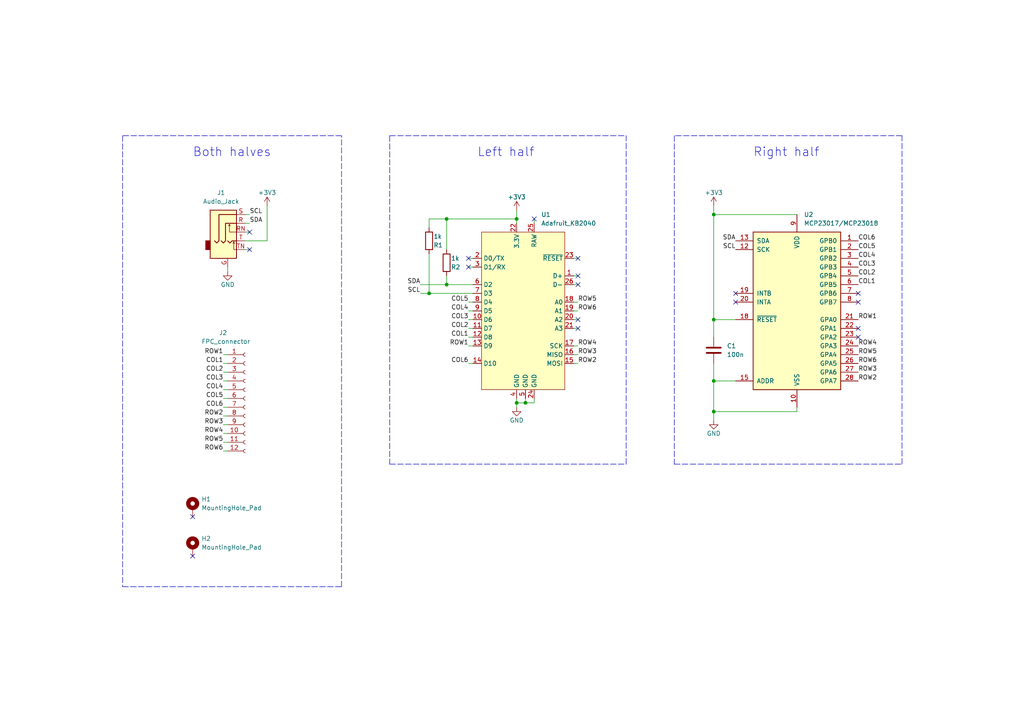
<source format=kicad_sch>
(kicad_sch (version 20211123) (generator eeschema)
  (paper "A4")
  (lib_symbols
    (symbol "Connector:AudioJack3_Ground_SwitchTR"
      (property "Reference" "J" (at 0 8.89 0))
      (property "Value" "AudioJack3_Ground_SwitchTR" (at 0 6.35 0))
      (symbol "AudioJack3_Ground_SwitchTR_0_1"
        (rectangle (start -5.08 -5.08) (end -6.35 -7.62) (stroke (width 0.254)) (fill (type outline)))
        (polyline (pts (xy 0.508 -0.254) (xy 0.762 -0.762)))
        (polyline (pts (xy 1.778 -5.334) (xy 2.032 -5.842)))
        (polyline (pts (xy 0 -5.08) (xy 0.635 -5.715) (xy 1.27 -5.08) (xy 2.54 -5.08)) (stroke (width 0.254)))
        (polyline (pts (xy 2.54 -7.62) (xy 1.778 -7.62) (xy 1.778 -5.334) (xy 1.524 -5.842)))
        (polyline (pts (xy 2.54 -2.54) (xy 0.508 -2.54) (xy 0.508 -0.254) (xy 0.254 -0.762)))
        (polyline (pts (xy -1.905 -5.08) (xy -1.27 -5.715) (xy -0.635 -5.08) (xy -0.635 0) (xy 2.54 0)) (stroke (width 0.254)))
        (polyline (pts (xy 2.54 2.54) (xy -2.54 2.54) (xy -2.54 -5.08) (xy -3.175 -5.715) (xy -3.81 -5.08)) (stroke (width 0.254)))
        (rectangle (start 2.54 3.81) (end -5.08 -10.16) (stroke (width 0.254)) (fill (type background)))
      )
      (symbol "AudioJack3_Ground_SwitchTR_1_1"
        (pin passive line (at 0 -12.7 90) (length 2.54) (name "~") (number "G"))
        (pin passive line (at 5.08 0 180) (length 2.54) (name "~") (number "R"))
        (pin passive line (at 5.08 -2.54 180) (length 2.54) (name "~") (number "RN"))
        (pin passive line (at 5.08 2.54 180) (length 2.54) (name "~") (number "S"))
        (pin passive line (at 5.08 -5.08 180) (length 2.54) (name "~") (number "T"))
        (pin passive line (at 5.08 -7.62 180) (length 2.54) (name "~") (number "TN"))
      )
    )
    (symbol "Connector:Conn_01x12_Female" (pin_names (offset 1.016) hide)
      (property "Reference" "J" (at 0 15.24 0))
      (property "Value" "Conn_01x12_Female" (at 0 -17.78 0))
      (symbol "Conn_01x12_Female_1_1"
        (arc (start 0 -14.732) (mid -0.508 -15.24) (end 0 -15.748) (stroke (width 0.1524)))
        (arc (start 0 -12.192) (mid -0.508 -12.7) (end 0 -13.208) (stroke (width 0.1524)))
        (arc (start 0 -9.652) (mid -0.508 -10.16) (end 0 -10.668) (stroke (width 0.1524)))
        (arc (start 0 -7.112) (mid -0.508 -7.62) (end 0 -8.128) (stroke (width 0.1524)))
        (arc (start 0 -4.572) (mid -0.508 -5.08) (end 0 -5.588) (stroke (width 0.1524)))
        (arc (start 0 -2.032) (mid -0.508 -2.54) (end 0 -3.048) (stroke (width 0.1524)))
        (polyline (pts (xy -1.27 -15.24) (xy -0.508 -15.24)) (stroke (width 0.1524)))
        (polyline (pts (xy -1.27 -12.7) (xy -0.508 -12.7)) (stroke (width 0.1524)))
        (polyline (pts (xy -1.27 -10.16) (xy -0.508 -10.16)) (stroke (width 0.1524)))
        (polyline (pts (xy -1.27 -7.62) (xy -0.508 -7.62)) (stroke (width 0.1524)))
        (polyline (pts (xy -1.27 -5.08) (xy -0.508 -5.08)) (stroke (width 0.1524)))
        (polyline (pts (xy -1.27 -2.54) (xy -0.508 -2.54)) (stroke (width 0.1524)))
        (polyline (pts (xy -1.27 0) (xy -0.508 0)) (stroke (width 0.1524)))
        (polyline (pts (xy -1.27 2.54) (xy -0.508 2.54)) (stroke (width 0.1524)))
        (polyline (pts (xy -1.27 5.08) (xy -0.508 5.08)) (stroke (width 0.1524)))
        (polyline (pts (xy -1.27 7.62) (xy -0.508 7.62)) (stroke (width 0.1524)))
        (polyline (pts (xy -1.27 10.16) (xy -0.508 10.16)) (stroke (width 0.1524)))
        (polyline (pts (xy -1.27 12.7) (xy -0.508 12.7)) (stroke (width 0.1524)))
        (arc (start 0 0.508) (mid -0.508 0) (end 0 -0.508) (stroke (width 0.1524)))
        (arc (start 0 3.048) (mid -0.508 2.54) (end 0 2.032) (stroke (width 0.1524)))
        (arc (start 0 5.588) (mid -0.508 5.08) (end 0 4.572) (stroke (width 0.1524)))
        (arc (start 0 8.128) (mid -0.508 7.62) (end 0 7.112) (stroke (width 0.1524)))
        (arc (start 0 10.668) (mid -0.508 10.16) (end 0 9.652) (stroke (width 0.1524)))
        (arc (start 0 13.208) (mid -0.508 12.7) (end 0 12.192) (stroke (width 0.1524)))
        (pin passive line (at -5.08 12.7 0) (length 3.81) (name "Pin_1") (number "1"))
        (pin passive line (at -5.08 -10.16 0) (length 3.81) (name "Pin_10") (number "10"))
        (pin passive line (at -5.08 -12.7 0) (length 3.81) (name "Pin_11") (number "11"))
        (pin passive line (at -5.08 -15.24 0) (length 3.81) (name "Pin_12") (number "12"))
        (pin passive line (at -5.08 10.16 0) (length 3.81) (name "Pin_2") (number "2"))
        (pin passive line (at -5.08 7.62 0) (length 3.81) (name "Pin_3") (number "3"))
        (pin passive line (at -5.08 5.08 0) (length 3.81) (name "Pin_4") (number "4"))
        (pin passive line (at -5.08 2.54 0) (length 3.81) (name "Pin_5") (number "5"))
        (pin passive line (at -5.08 0 0) (length 3.81) (name "Pin_6") (number "6"))
        (pin passive line (at -5.08 -2.54 0) (length 3.81) (name "Pin_7") (number "7"))
        (pin passive line (at -5.08 -5.08 0) (length 3.81) (name "Pin_8") (number "8"))
        (pin passive line (at -5.08 -7.62 0) (length 3.81) (name "Pin_9") (number "9"))
      )
    )
    (symbol "Custom:Adafruit_KB2040"
      (property "Reference" "U" (at -10.16 24.13 0))
      (property "Value" "Adafruit_KB2040" (at 12.7 -24.13 0))
      (symbol "Adafruit_KB2040_0_0"
        (rectangle (start -12.7 22.86) (end 11.43 -22.86) (fill (type background)))
      )
      (symbol "Adafruit_KB2040_1_0"
        (pin bidirectional line (at 13.97 7.62 180) (length 2.54) (name "D-") (number "26"))
      )
      (symbol "Adafruit_KB2040_1_1"
        (pin bidirectional line (at 13.97 10.16 180) (length 2.54) (name "D+") (number "1"))
        (pin bidirectional line (at -15.24 -2.54 0) (length 2.54) (name "D6") (number "10"))
        (pin bidirectional line (at -15.24 -5.08 0) (length 2.54) (name "D7") (number "11"))
        (pin bidirectional line (at -15.24 -7.62 0) (length 2.54) (name "D8") (number "12"))
        (pin bidirectional line (at -15.24 -10.16 0) (length 2.54) (name "D9") (number "13"))
        (pin bidirectional line (at -15.24 -15.24 0) (length 2.54) (name "D10") (number "14"))
        (pin bidirectional line (at 13.97 -15.24 180) (length 2.54) (name "MOSI") (number "15"))
        (pin bidirectional line (at 13.97 -12.7 180) (length 2.54) (name "MISO") (number "16"))
        (pin bidirectional line (at 13.97 -10.16 180) (length 2.54) (name "SCK") (number "17"))
        (pin bidirectional line (at 13.97 2.54 180) (length 2.54) (name "A0") (number "18"))
        (pin bidirectional line (at 13.97 0 180) (length 2.54) (name "A1") (number "19"))
        (pin bidirectional line (at -15.24 15.24 0) (length 2.54) (name "D0/TX") (number "2"))
        (pin bidirectional line (at 13.97 -2.54 180) (length 2.54) (name "A2") (number "20"))
        (pin bidirectional line (at 13.97 -5.08 180) (length 2.54) (name "A3") (number "21"))
        (pin power_in line (at -2.54 25.4 270) (length 2.54) (name "3.3V") (number "22"))
        (pin input line (at 13.97 15.24 180) (length 2.54) (name "~{RESET}") (number "23"))
        (pin bidirectional line (at 2.54 -25.4 90) (length 2.54) (name "GND") (number "24"))
        (pin power_in line (at 2.54 25.4 270) (length 2.54) (name "RAW") (number "25"))
        (pin bidirectional line (at -15.24 12.7 0) (length 2.54) (name "D1/RX") (number "3"))
        (pin bidirectional line (at -2.54 -25.4 90) (length 2.54) (name "GND") (number "4"))
        (pin bidirectional line (at 0 -25.4 90) (length 2.54) (name "GND") (number "5"))
        (pin bidirectional line (at -15.24 7.62 0) (length 2.54) (name "D2") (number "6"))
        (pin bidirectional line (at -15.24 5.08 0) (length 2.54) (name "D3") (number "7"))
        (pin bidirectional line (at -15.24 2.54 0) (length 2.54) (name "D4") (number "8"))
        (pin bidirectional line (at -15.24 0 0) (length 2.54) (name "D5") (number "9"))
      )
    )
    (symbol "Custom:MCP23017{slash}MCP23018" (pin_names (offset 1.016))
      (property "Reference" "U" (at -11.43 24.13 0))
      (property "Value" "MCP23017{slash}MCP23018" (at 16.51 -25.4 0))
      (symbol "MCP23017{slash}MCP23018_0_1"
        (rectangle (start -12.7 22.86) (end 12.7 -22.86) (stroke (width 0.254)) (fill (type background)))
      )
      (symbol "MCP23017{slash}MCP23018_1_1"
        (pin bidirectional line (at 17.78 20.32 180) (length 5.08) (name "GPB0") (number "1"))
        (pin power_in line (at 0 -27.94 90) (length 5.08) (name "VSS") (number "10"))
        (pin no_connect line (at -12.7 12.7 0) (length 5.08) hide (name "NC") (number "11"))
        (pin input line (at -17.78 17.78 0) (length 5.08) (name "SCK") (number "12"))
        (pin bidirectional line (at -17.78 20.32 0) (length 5.08) (name "SDA") (number "13"))
        (pin no_connect line (at -12.7 10.16 0) (length 5.08) hide (name "NC") (number "14"))
        (pin input line (at -17.78 -20.32 0) (length 5.08) (name "ADDR") (number "15"))
        (pin no_connect line (at -12.7 -7.62 0) (length 5.08) hide (name "NC") (number "16"))
        (pin no_connect line (at -12.7 -10.16 0) (length 5.08) hide (name "NC") (number "17"))
        (pin input line (at -17.78 -2.54 0) (length 5.08) (name "~{RESET}") (number "18"))
        (pin tri_state line (at -17.78 5.08 0) (length 5.08) (name "INTB") (number "19"))
        (pin bidirectional line (at 17.78 17.78 180) (length 5.08) (name "GPB1") (number "2"))
        (pin tri_state line (at -17.78 2.54 0) (length 5.08) (name "INTA") (number "20"))
        (pin bidirectional line (at 17.78 -2.54 180) (length 5.08) (name "GPA0") (number "21"))
        (pin bidirectional line (at 17.78 -5.08 180) (length 5.08) (name "GPA1") (number "22"))
        (pin bidirectional line (at 17.78 -7.62 180) (length 5.08) (name "GPA2") (number "23"))
        (pin bidirectional line (at 17.78 -10.16 180) (length 5.08) (name "GPA3") (number "24"))
        (pin bidirectional line (at 17.78 -12.7 180) (length 5.08) (name "GPA4") (number "25"))
        (pin bidirectional line (at 17.78 -15.24 180) (length 5.08) (name "GPA5") (number "26"))
        (pin bidirectional line (at 17.78 -17.78 180) (length 5.08) (name "GPA6") (number "27"))
        (pin bidirectional line (at 17.78 -20.32 180) (length 5.08) (name "GPA7") (number "28"))
        (pin no_connect line (at -12.7 -12.7 0) (length 5.08) hide (name "NC") (number "29"))
        (pin bidirectional line (at 17.78 15.24 180) (length 5.08) (name "GPB2") (number "3"))
        (pin no_connect line (at -12.7 -15.24 0) (length 5.08) hide (name "NC") (number "30"))
        (pin bidirectional line (at 17.78 12.7 180) (length 5.08) (name "GPB3") (number "4"))
        (pin bidirectional line (at 17.78 10.16 180) (length 5.08) (name "GPB4") (number "5"))
        (pin bidirectional line (at 17.78 7.62 180) (length 5.08) (name "GPB5") (number "6"))
        (pin bidirectional line (at 17.78 5.08 180) (length 5.08) (name "GPB6") (number "7"))
        (pin bidirectional line (at 17.78 2.54 180) (length 5.08) (name "GPB7") (number "8"))
        (pin power_in line (at 0 27.94 270) (length 5.08) (name "VDD") (number "9"))
      )
    )
    (symbol "Device:C" (pin_numbers hide) (pin_names (offset 0.254))
      (property "Reference" "C" (at 0.635 2.54 0))
      (property "Value" "C" (at 0.635 -2.54 0))
      (symbol "C_0_1"
        (polyline (pts (xy -2.032 -0.762) (xy 2.032 -0.762)) (stroke (width 0.508)))
        (polyline (pts (xy -2.032 0.762) (xy 2.032 0.762)) (stroke (width 0.508)))
      )
      (symbol "C_1_1"
        (pin passive line (at 0 3.81 270) (length 2.794) (name "~") (number "1"))
        (pin passive line (at 0 -3.81 90) (length 2.794) (name "~") (number "2"))
      )
    )
    (symbol "Device:R" (pin_numbers hide) (pin_names (offset 0))
      (property "Reference" "R" (at 2.032 0 90))
      (property "Value" "R" (at 0 0 90))
      (symbol "R_0_1"
        (rectangle (start -1.016 -2.54) (end 1.016 2.54) (stroke (width 0.254)))
      )
      (symbol "R_1_1"
        (pin passive line (at 0 3.81 270) (length 1.27) (name "~") (number "1"))
        (pin passive line (at 0 -3.81 90) (length 1.27) (name "~") (number "2"))
      )
    )
    (symbol "Mechanical:MountingHole_Pad" (pin_numbers hide) (pin_names (offset 1.016) hide)
      (property "Reference" "H" (at 0 6.35 0))
      (property "Value" "MountingHole_Pad" (at 0 4.445 0))
      (symbol "MountingHole_Pad_0_1"
        (circle (center 0 1.27) (radius 1.27) (stroke (width 1.27)))
      )
      (symbol "MountingHole_Pad_1_1"
        (pin input line (at 0 -2.54 90) (length 2.54) (name "1") (number "1"))
      )
    )
    (symbol "power:+3.3V" (power) (pin_names (offset 0))
      (property "Value" "+3.3V" (at 0 3.556 0))
      (symbol "+3.3V_0_1"
        (polyline (pts (xy -0.762 1.27) (xy 0 2.54)))
        (polyline (pts (xy 0 0) (xy 0 2.54)))
        (polyline (pts (xy 0 2.54) (xy 0.762 1.27)))
      )
      (symbol "+3.3V_1_1"
        (pin power_in line (at 0 0 90) (length 0) hide (name "+3V3") (number "1"))
      )
    )
    (symbol "power:GND" (power) (pin_names (offset 0))
      (property "Value" "GND" (at 0 -3.81 0))
      (symbol "GND_0_1"
        (polyline (pts (xy 0 0) (xy 0 -1.27) (xy 1.27 -1.27) (xy 0 -2.54) (xy -1.27 -1.27) (xy 0 -1.27)))
      )
      (symbol "GND_1_1"
        (pin power_in line (at 0 0 270) (length 0) hide (name "GND") (number "1"))
      )
    )
  )
  (junction (at 149.86 116.84))
  (junction (at 207.01 119.38))
  (junction (at 149.86 63.5))
  (junction (at 129.54 82.55))
  (junction (at 129.54 63.5))
  (junction (at 124.46 85.09))
  (junction (at 152.4 116.84))
  (junction (at 207.01 62.23))
  (junction (at 207.01 110.49))
  (junction (at 207.01 92.71))
  (no_connect (at 167.64 92.71))
  (no_connect (at 167.64 95.25))
  (no_connect (at 72.39 67.31))
  (no_connect (at 72.39 72.39))
  (no_connect (at 248.92 87.63))
  (no_connect (at 248.92 85.09))
  (no_connect (at 154.94 63.5))
  (no_connect (at 167.64 82.55))
  (no_connect (at 135.89 74.93))
  (no_connect (at 135.89 77.47))
  (no_connect (at 167.64 74.93))
  (no_connect (at 167.64 80.01))
  (no_connect (at 248.92 97.79))
  (no_connect (at 248.92 95.25))
  (no_connect (at 213.36 85.09))
  (no_connect (at 213.36 87.63))
  (no_connect (at 55.88 149.86))
  (no_connect (at 55.88 161.29))
  (wire (pts (xy 207.01 110.49) (xy 213.36 110.49)))
  (wire (pts (xy 207.01 110.49) (xy 207.01 119.38)))
  (wire (pts (xy 166.37 92.71) (xy 167.64 92.71)))
  (wire (pts (xy 154.94 63.5) (xy 154.94 64.77)))
  (polyline (pts (xy 195.58 134.62) (xy 261.62 134.62)))
  (wire (pts (xy 66.04 107.95) (xy 64.77 107.95)))
  (wire (pts (xy 77.47 59.69) (xy 77.47 69.85)))
  (wire (pts (xy 71.12 67.31) (xy 72.39 67.31)))
  (wire (pts (xy 72.39 64.77) (xy 71.12 64.77)))
  (wire (pts (xy 124.46 73.66) (xy 124.46 85.09)))
  (wire (pts (xy 149.86 116.84) (xy 149.86 118.11)))
  (wire (pts (xy 66.04 110.49) (xy 64.77 110.49)))
  (wire (pts (xy 149.86 60.96) (xy 149.86 63.5)))
  (wire (pts (xy 64.77 102.87) (xy 66.04 102.87)))
  (wire (pts (xy 167.64 102.87) (xy 166.37 102.87)))
  (wire (pts (xy 207.01 62.23) (xy 231.14 62.23)))
  (wire (pts (xy 66.04 105.41) (xy 64.77 105.41)))
  (wire (pts (xy 166.37 95.25) (xy 167.64 95.25)))
  (wire (pts (xy 129.54 63.5) (xy 124.46 63.5)))
  (wire (pts (xy 71.12 72.39) (xy 72.39 72.39)))
  (wire (pts (xy 137.16 100.33) (xy 135.89 100.33)))
  (wire (pts (xy 137.16 97.79) (xy 135.89 97.79)))
  (wire (pts (xy 166.37 105.41) (xy 167.64 105.41)))
  (polyline (pts (xy 99.06 170.18) (xy 99.06 39.37)))
  (wire (pts (xy 166.37 82.55) (xy 167.64 82.55)))
  (wire (pts (xy 135.89 87.63) (xy 137.16 87.63)))
  (polyline (pts (xy 113.03 39.37) (xy 181.61 39.37)))
  (polyline (pts (xy 261.62 39.37) (xy 195.58 39.37)))
  (wire (pts (xy 207.01 59.69) (xy 207.01 62.23)))
  (wire (pts (xy 207.01 119.38) (xy 207.01 121.92)))
  (polyline (pts (xy 113.03 134.62) (xy 181.61 134.62)))
  (wire (pts (xy 66.04 77.47) (xy 66.04 78.74)))
  (wire (pts (xy 149.86 64.77) (xy 149.86 63.5)))
  (wire (pts (xy 64.77 125.73) (xy 66.04 125.73)))
  (wire (pts (xy 121.92 82.55) (xy 129.54 82.55)))
  (wire (pts (xy 166.37 80.01) (xy 167.64 80.01)))
  (polyline (pts (xy 35.56 170.18) (xy 99.06 170.18)))
  (wire (pts (xy 64.77 120.65) (xy 66.04 120.65)))
  (wire (pts (xy 149.86 63.5) (xy 129.54 63.5)))
  (wire (pts (xy 121.92 85.09) (xy 124.46 85.09)))
  (wire (pts (xy 207.01 119.38) (xy 231.14 119.38)))
  (wire (pts (xy 167.64 100.33) (xy 166.37 100.33)))
  (wire (pts (xy 152.4 115.57) (xy 152.4 116.84)))
  (wire (pts (xy 129.54 63.5) (xy 129.54 72.39)))
  (wire (pts (xy 154.94 116.84) (xy 152.4 116.84)))
  (wire (pts (xy 207.01 92.71) (xy 207.01 97.79)))
  (wire (pts (xy 166.37 74.93) (xy 167.64 74.93)))
  (polyline (pts (xy 181.61 134.62) (xy 181.61 39.37)))
  (wire (pts (xy 72.39 62.23) (xy 71.12 62.23)))
  (polyline (pts (xy 35.56 39.37) (xy 35.56 170.18)))
  (wire (pts (xy 149.86 115.57) (xy 149.86 116.84)))
  (wire (pts (xy 64.77 128.27) (xy 66.04 128.27)))
  (wire (pts (xy 167.64 87.63) (xy 166.37 87.63)))
  (wire (pts (xy 231.14 118.11) (xy 231.14 119.38)))
  (polyline (pts (xy 195.58 39.37) (xy 195.58 134.62)))
  (wire (pts (xy 137.16 90.17) (xy 135.89 90.17)))
  (wire (pts (xy 66.04 115.57) (xy 64.77 115.57)))
  (wire (pts (xy 64.77 123.19) (xy 66.04 123.19)))
  (wire (pts (xy 71.12 69.85) (xy 77.47 69.85)))
  (wire (pts (xy 154.94 115.57) (xy 154.94 116.84)))
  (wire (pts (xy 64.77 130.81) (xy 66.04 130.81)))
  (wire (pts (xy 135.89 74.93) (xy 137.16 74.93)))
  (wire (pts (xy 137.16 95.25) (xy 135.89 95.25)))
  (wire (pts (xy 213.36 92.71) (xy 207.01 92.71)))
  (wire (pts (xy 137.16 82.55) (xy 129.54 82.55)))
  (wire (pts (xy 152.4 116.84) (xy 149.86 116.84)))
  (polyline (pts (xy 99.06 39.37) (xy 35.56 39.37)))
  (polyline (pts (xy 261.62 134.62) (xy 261.62 39.37)))
  (wire (pts (xy 167.64 90.17) (xy 166.37 90.17)))
  (wire (pts (xy 137.16 92.71) (xy 135.89 92.71)))
  (wire (pts (xy 207.01 62.23) (xy 207.01 92.71)))
  (wire (pts (xy 129.54 82.55) (xy 129.54 80.01)))
  (wire (pts (xy 137.16 105.41) (xy 135.89 105.41)))
  (wire (pts (xy 124.46 63.5) (xy 124.46 66.04)))
  (wire (pts (xy 66.04 113.03) (xy 64.77 113.03)))
  (wire (pts (xy 135.89 77.47) (xy 137.16 77.47)))
  (wire (pts (xy 66.04 118.11) (xy 64.77 118.11)))
  (polyline (pts (xy 113.03 39.37) (xy 113.03 134.62)))
  (wire (pts (xy 124.46 85.09) (xy 137.16 85.09)))
  (wire (pts (xy 207.01 105.41) (xy 207.01 110.49)))
  (text "Right half" (at 218.44 45.72 0) (effects (font (size 2.54 2.54)) (justify left bottom)))
  (text "Left half" (at 138.43 45.72 0) (effects (font (size 2.54 2.54)) (justify left bottom)))
  (text "Both halves" (at 55.88 45.72 0) (effects (font (size 2.54 2.54)) (justify left bottom)))
  (label "COL2" (at 64.77 107.95 180))
  (label "COL4" (at 135.89 90.17 180))
  (label "COL3" (at 248.92 77.47 0))
  (label "ROW3" (at 64.77 123.19 180))
  (label "COL6" (at 135.89 105.41 180))
  (label "SCL" (at 121.92 85.09 180))
  (label "COL3" (at 135.89 92.71 180))
  (label "COL6" (at 64.77 118.11 180))
  (label "ROW6" (at 248.92 105.41 0))
  (label "ROW6" (at 64.77 130.81 180))
  (label "ROW5" (at 167.64 87.63 0))
  (label "COL2" (at 135.89 95.25 180))
  (label "SCL" (at 213.36 72.39 180))
  (label "COL2" (at 248.92 80.01 0))
  (label "COL4" (at 64.77 113.03 180))
  (label "ROW1" (at 248.92 92.71 0))
  (label "COL6" (at 248.92 69.85 0))
  (label "ROW2" (at 64.77 120.65 180))
  (label "COL1" (at 135.89 97.79 180))
  (label "ROW5" (at 64.77 128.27 180))
  (label "COL5" (at 248.92 72.39 0))
  (label "ROW3" (at 248.92 107.95 0))
  (label "COL1" (at 248.92 82.55 0))
  (label "ROW3" (at 167.64 102.87 0))
  (label "ROW5" (at 248.92 102.87 0))
  (label "ROW6" (at 167.64 90.17 0))
  (label "COL4" (at 248.92 74.93 0))
  (label "COL3" (at 64.77 110.49 180))
  (label "ROW4" (at 64.77 125.73 180))
  (label "ROW4" (at 167.64 100.33 0))
  (label "COL1" (at 64.77 105.41 180))
  (label "COL5" (at 64.77 115.57 180))
  (label "ROW1" (at 64.77 102.87 180))
  (label "SDA" (at 121.92 82.55 180))
  (label "SDA" (at 72.39 64.77 0))
  (label "ROW1" (at 135.89 100.33 180))
  (label "COL5" (at 135.89 87.63 180))
  (label "ROW4" (at 248.92 100.33 0))
  (label "ROW2" (at 248.92 110.49 0))
  (label "ROW2" (at 167.64 105.41 0))
  (label "SCL" (at 72.39 62.23 0))
  (label "SDA" (at 213.36 69.85 180))
  (symbol (lib_id "Device:R") (at 124.46 69.85 0) (mirror x) (unit 1)
    (property "Reference" "R1" (at 125.73 71.12 0) (effects (justify left)))
    (property "Value" "1k" (at 125.73 68.58 0) (effects (justify left)))
    (property "Footprint" "Resistor_SMD:R_1206_3216Metric" (effects hide))
  )
  (symbol (lib_id "power:GND") (at 66.04 78.74 0) (mirror y) (unit 1)
    (property "Reference" "#PWR03" (effects hide))
    (property "Value" "GND" (at 66.04 82.55 0))
  )
  (symbol (lib_id "power:+3.3V") (at 207.01 59.69 0) (unit 1)
    (property "Reference" "#PWR05" (effects hide))
    (property "Value" "+3.3V" (at 207.01 55.88 0))
  )
  (symbol (lib_id "Connector:Conn_01x12_Female") (at 71.12 115.57 0) (unit 1)
    (property "Reference" "J2" (at 63.5 96.52 0) (effects (justify left)))
    (property "Value" "FPC_connector" (at 58.42 99.06 0) (effects (justify left)))
    (property "Footprint" "Custom:FPC_Connector" (effects hide))
  )
  (symbol (lib_id "power:GND") (at 149.86 118.11 0) (mirror y) (unit 1)
    (property "Reference" "#PWR02" (effects hide))
    (property "Value" "GND" (at 149.86 121.92 0))
  )
  (symbol (lib_id "power:+3.3V") (at 149.86 60.96 0) (unit 1)
    (property "Reference" "#PWR01" (effects hide))
    (property "Value" "+3.3V" (at 149.86 57.15 0))
  )
  (symbol (lib_id "Connector:AudioJack3_Ground_SwitchTR") (at 66.04 64.77 0) (unit 1)
    (property "Reference" "J1" (at 64.135 55.88 0))
    (property "Value" "Audio_Jack" (at 64.135 58.42 0))
    (property "Footprint" "Custom:Audio_Jack_Dual_Side" (effects hide))
  )
  (symbol (lib_id "Device:C") (at 207.01 101.6 0) (unit 1)
    (property "Reference" "C1" (at 210.82 100.3299 0) (effects (justify left)))
    (property "Value" "100n" (at 210.82 102.8699 0) (effects (justify left)))
    (property "Footprint" "Capacitor_SMD:C_1206_3216Metric" (effects hide))
  )
  (symbol (lib_id "Mechanical:MountingHole_Pad") (at 55.88 158.75 0) (unit 1)
    (property "Reference" "H2" (at 58.42 156.2099 0) (effects (justify left)))
    (property "Value" "MountingHole_Pad" (at 58.42 158.7499 0) (effects (justify left)))
    (property "Footprint" "MountingHole:MountingHole_2.2mm_M2_Pad_Via" (effects hide))
  )
  (symbol (lib_id "power:GND") (at 207.01 121.92 0) (unit 1)
    (property "Reference" "#PWR06" (effects hide))
    (property "Value" "GND" (at 207.01 125.73 0))
  )
  (symbol (lib_id "Mechanical:MountingHole_Pad") (at 55.88 147.32 0) (unit 1)
    (property "Reference" "H1" (at 58.42 144.7799 0) (effects (justify left)))
    (property "Value" "MountingHole_Pad" (at 58.42 147.3199 0) (effects (justify left)))
    (property "Footprint" "MountingHole:MountingHole_2.2mm_M2_Pad_Via" (effects hide))
  )
  (symbol (lib_id "Custom:Adafruit_KB2040") (at 152.4 90.17 0) (unit 1)
    (property "Reference" "U1" (at 156.9594 62.23 0) (effects (justify left)))
    (property "Value" "Adafruit_KB2040" (at 156.9594 64.77 0) (effects (justify left)))
    (property "Footprint" "Custom:Adafruit_KB2040" (effects hide))
    (property "Datasheet" "https://cdn-learn.adafruit.com/downloads/pdf/adafruit-kb2040.pdf" (effects hide))
  )
  (symbol (lib_id "Custom:MCP23017{slash}MCP23018") (at 231.14 90.17 0) (unit 1)
    (property "Reference" "U2" (at 233.1594 62.23 0) (effects (justify left)))
    (property "Value" "MCP23017/MCP23018" (at 233.1594 64.77 0) (effects (justify left)))
    (property "Footprint" "Custom:MCP23017_SO_MCP23018_SO" (effects hide))
    (property "Datasheet" "http://ww1.microchip.com/downloads/en/DeviceDoc/20001952C.pdf" (effects hide))
  )
  (symbol (lib_id "power:+3.3V") (at 77.47 59.69 0) (unit 1)
    (property "Reference" "#PWR0101" (effects hide))
    (property "Value" "+3.3V" (at 77.47 55.88 0))
  )
  (symbol (lib_id "Device:R") (at 129.54 76.2 0) (mirror x) (unit 1)
    (property "Reference" "R2" (at 130.81 77.47 0) (effects (justify left)))
    (property "Value" "1k" (at 130.81 74.93 0) (effects (justify left)))
    (property "Footprint" "Resistor_SMD:R_1206_3216Metric" (effects hide))
  )
)
</source>
